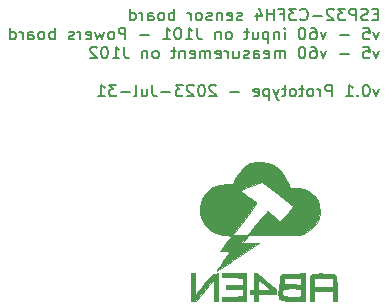
<source format=gbr>
%TF.GenerationSoftware,KiCad,Pcbnew,7.0.6-7.0.6~ubuntu22.04.1*%
%TF.CreationDate,2023-07-31T15:47:24-04:00*%
%TF.ProjectId,esp32_sensor_board,65737033-325f-4736-956e-736f725f626f,rev?*%
%TF.SameCoordinates,Original*%
%TF.FileFunction,Legend,Bot*%
%TF.FilePolarity,Positive*%
%FSLAX46Y46*%
G04 Gerber Fmt 4.6, Leading zero omitted, Abs format (unit mm)*
G04 Created by KiCad (PCBNEW 7.0.6-7.0.6~ubuntu22.04.1) date 2023-07-31 15:47:24*
%MOMM*%
%LPD*%
G01*
G04 APERTURE LIST*
%ADD10C,0.150000*%
%ADD11C,0.010000*%
G04 APERTURE END LIST*
D10*
X119163220Y-103906009D02*
X118829887Y-103906009D01*
X118687030Y-104429819D02*
X119163220Y-104429819D01*
X119163220Y-104429819D02*
X119163220Y-103429819D01*
X119163220Y-103429819D02*
X118687030Y-103429819D01*
X118306077Y-104382200D02*
X118163220Y-104429819D01*
X118163220Y-104429819D02*
X117925125Y-104429819D01*
X117925125Y-104429819D02*
X117829887Y-104382200D01*
X117829887Y-104382200D02*
X117782268Y-104334580D01*
X117782268Y-104334580D02*
X117734649Y-104239342D01*
X117734649Y-104239342D02*
X117734649Y-104144104D01*
X117734649Y-104144104D02*
X117782268Y-104048866D01*
X117782268Y-104048866D02*
X117829887Y-104001247D01*
X117829887Y-104001247D02*
X117925125Y-103953628D01*
X117925125Y-103953628D02*
X118115601Y-103906009D01*
X118115601Y-103906009D02*
X118210839Y-103858390D01*
X118210839Y-103858390D02*
X118258458Y-103810771D01*
X118258458Y-103810771D02*
X118306077Y-103715533D01*
X118306077Y-103715533D02*
X118306077Y-103620295D01*
X118306077Y-103620295D02*
X118258458Y-103525057D01*
X118258458Y-103525057D02*
X118210839Y-103477438D01*
X118210839Y-103477438D02*
X118115601Y-103429819D01*
X118115601Y-103429819D02*
X117877506Y-103429819D01*
X117877506Y-103429819D02*
X117734649Y-103477438D01*
X117306077Y-104429819D02*
X117306077Y-103429819D01*
X117306077Y-103429819D02*
X116925125Y-103429819D01*
X116925125Y-103429819D02*
X116829887Y-103477438D01*
X116829887Y-103477438D02*
X116782268Y-103525057D01*
X116782268Y-103525057D02*
X116734649Y-103620295D01*
X116734649Y-103620295D02*
X116734649Y-103763152D01*
X116734649Y-103763152D02*
X116782268Y-103858390D01*
X116782268Y-103858390D02*
X116829887Y-103906009D01*
X116829887Y-103906009D02*
X116925125Y-103953628D01*
X116925125Y-103953628D02*
X117306077Y-103953628D01*
X116401315Y-103429819D02*
X115782268Y-103429819D01*
X115782268Y-103429819D02*
X116115601Y-103810771D01*
X116115601Y-103810771D02*
X115972744Y-103810771D01*
X115972744Y-103810771D02*
X115877506Y-103858390D01*
X115877506Y-103858390D02*
X115829887Y-103906009D01*
X115829887Y-103906009D02*
X115782268Y-104001247D01*
X115782268Y-104001247D02*
X115782268Y-104239342D01*
X115782268Y-104239342D02*
X115829887Y-104334580D01*
X115829887Y-104334580D02*
X115877506Y-104382200D01*
X115877506Y-104382200D02*
X115972744Y-104429819D01*
X115972744Y-104429819D02*
X116258458Y-104429819D01*
X116258458Y-104429819D02*
X116353696Y-104382200D01*
X116353696Y-104382200D02*
X116401315Y-104334580D01*
X115401315Y-103525057D02*
X115353696Y-103477438D01*
X115353696Y-103477438D02*
X115258458Y-103429819D01*
X115258458Y-103429819D02*
X115020363Y-103429819D01*
X115020363Y-103429819D02*
X114925125Y-103477438D01*
X114925125Y-103477438D02*
X114877506Y-103525057D01*
X114877506Y-103525057D02*
X114829887Y-103620295D01*
X114829887Y-103620295D02*
X114829887Y-103715533D01*
X114829887Y-103715533D02*
X114877506Y-103858390D01*
X114877506Y-103858390D02*
X115448934Y-104429819D01*
X115448934Y-104429819D02*
X114829887Y-104429819D01*
X114401315Y-104048866D02*
X113639411Y-104048866D01*
X112591792Y-104334580D02*
X112639411Y-104382200D01*
X112639411Y-104382200D02*
X112782268Y-104429819D01*
X112782268Y-104429819D02*
X112877506Y-104429819D01*
X112877506Y-104429819D02*
X113020363Y-104382200D01*
X113020363Y-104382200D02*
X113115601Y-104286961D01*
X113115601Y-104286961D02*
X113163220Y-104191723D01*
X113163220Y-104191723D02*
X113210839Y-104001247D01*
X113210839Y-104001247D02*
X113210839Y-103858390D01*
X113210839Y-103858390D02*
X113163220Y-103667914D01*
X113163220Y-103667914D02*
X113115601Y-103572676D01*
X113115601Y-103572676D02*
X113020363Y-103477438D01*
X113020363Y-103477438D02*
X112877506Y-103429819D01*
X112877506Y-103429819D02*
X112782268Y-103429819D01*
X112782268Y-103429819D02*
X112639411Y-103477438D01*
X112639411Y-103477438D02*
X112591792Y-103525057D01*
X112258458Y-103429819D02*
X111639411Y-103429819D01*
X111639411Y-103429819D02*
X111972744Y-103810771D01*
X111972744Y-103810771D02*
X111829887Y-103810771D01*
X111829887Y-103810771D02*
X111734649Y-103858390D01*
X111734649Y-103858390D02*
X111687030Y-103906009D01*
X111687030Y-103906009D02*
X111639411Y-104001247D01*
X111639411Y-104001247D02*
X111639411Y-104239342D01*
X111639411Y-104239342D02*
X111687030Y-104334580D01*
X111687030Y-104334580D02*
X111734649Y-104382200D01*
X111734649Y-104382200D02*
X111829887Y-104429819D01*
X111829887Y-104429819D02*
X112115601Y-104429819D01*
X112115601Y-104429819D02*
X112210839Y-104382200D01*
X112210839Y-104382200D02*
X112258458Y-104334580D01*
X110877506Y-103906009D02*
X111210839Y-103906009D01*
X111210839Y-104429819D02*
X111210839Y-103429819D01*
X111210839Y-103429819D02*
X110734649Y-103429819D01*
X110353696Y-104429819D02*
X110353696Y-103429819D01*
X110353696Y-103906009D02*
X109782268Y-103906009D01*
X109782268Y-104429819D02*
X109782268Y-103429819D01*
X108877506Y-103763152D02*
X108877506Y-104429819D01*
X109115601Y-103382200D02*
X109353696Y-104096485D01*
X109353696Y-104096485D02*
X108734649Y-104096485D01*
X107639410Y-104382200D02*
X107544172Y-104429819D01*
X107544172Y-104429819D02*
X107353696Y-104429819D01*
X107353696Y-104429819D02*
X107258458Y-104382200D01*
X107258458Y-104382200D02*
X107210839Y-104286961D01*
X107210839Y-104286961D02*
X107210839Y-104239342D01*
X107210839Y-104239342D02*
X107258458Y-104144104D01*
X107258458Y-104144104D02*
X107353696Y-104096485D01*
X107353696Y-104096485D02*
X107496553Y-104096485D01*
X107496553Y-104096485D02*
X107591791Y-104048866D01*
X107591791Y-104048866D02*
X107639410Y-103953628D01*
X107639410Y-103953628D02*
X107639410Y-103906009D01*
X107639410Y-103906009D02*
X107591791Y-103810771D01*
X107591791Y-103810771D02*
X107496553Y-103763152D01*
X107496553Y-103763152D02*
X107353696Y-103763152D01*
X107353696Y-103763152D02*
X107258458Y-103810771D01*
X106401315Y-104382200D02*
X106496553Y-104429819D01*
X106496553Y-104429819D02*
X106687029Y-104429819D01*
X106687029Y-104429819D02*
X106782267Y-104382200D01*
X106782267Y-104382200D02*
X106829886Y-104286961D01*
X106829886Y-104286961D02*
X106829886Y-103906009D01*
X106829886Y-103906009D02*
X106782267Y-103810771D01*
X106782267Y-103810771D02*
X106687029Y-103763152D01*
X106687029Y-103763152D02*
X106496553Y-103763152D01*
X106496553Y-103763152D02*
X106401315Y-103810771D01*
X106401315Y-103810771D02*
X106353696Y-103906009D01*
X106353696Y-103906009D02*
X106353696Y-104001247D01*
X106353696Y-104001247D02*
X106829886Y-104096485D01*
X105925124Y-103763152D02*
X105925124Y-104429819D01*
X105925124Y-103858390D02*
X105877505Y-103810771D01*
X105877505Y-103810771D02*
X105782267Y-103763152D01*
X105782267Y-103763152D02*
X105639410Y-103763152D01*
X105639410Y-103763152D02*
X105544172Y-103810771D01*
X105544172Y-103810771D02*
X105496553Y-103906009D01*
X105496553Y-103906009D02*
X105496553Y-104429819D01*
X105067981Y-104382200D02*
X104972743Y-104429819D01*
X104972743Y-104429819D02*
X104782267Y-104429819D01*
X104782267Y-104429819D02*
X104687029Y-104382200D01*
X104687029Y-104382200D02*
X104639410Y-104286961D01*
X104639410Y-104286961D02*
X104639410Y-104239342D01*
X104639410Y-104239342D02*
X104687029Y-104144104D01*
X104687029Y-104144104D02*
X104782267Y-104096485D01*
X104782267Y-104096485D02*
X104925124Y-104096485D01*
X104925124Y-104096485D02*
X105020362Y-104048866D01*
X105020362Y-104048866D02*
X105067981Y-103953628D01*
X105067981Y-103953628D02*
X105067981Y-103906009D01*
X105067981Y-103906009D02*
X105020362Y-103810771D01*
X105020362Y-103810771D02*
X104925124Y-103763152D01*
X104925124Y-103763152D02*
X104782267Y-103763152D01*
X104782267Y-103763152D02*
X104687029Y-103810771D01*
X104067981Y-104429819D02*
X104163219Y-104382200D01*
X104163219Y-104382200D02*
X104210838Y-104334580D01*
X104210838Y-104334580D02*
X104258457Y-104239342D01*
X104258457Y-104239342D02*
X104258457Y-103953628D01*
X104258457Y-103953628D02*
X104210838Y-103858390D01*
X104210838Y-103858390D02*
X104163219Y-103810771D01*
X104163219Y-103810771D02*
X104067981Y-103763152D01*
X104067981Y-103763152D02*
X103925124Y-103763152D01*
X103925124Y-103763152D02*
X103829886Y-103810771D01*
X103829886Y-103810771D02*
X103782267Y-103858390D01*
X103782267Y-103858390D02*
X103734648Y-103953628D01*
X103734648Y-103953628D02*
X103734648Y-104239342D01*
X103734648Y-104239342D02*
X103782267Y-104334580D01*
X103782267Y-104334580D02*
X103829886Y-104382200D01*
X103829886Y-104382200D02*
X103925124Y-104429819D01*
X103925124Y-104429819D02*
X104067981Y-104429819D01*
X103306076Y-104429819D02*
X103306076Y-103763152D01*
X103306076Y-103953628D02*
X103258457Y-103858390D01*
X103258457Y-103858390D02*
X103210838Y-103810771D01*
X103210838Y-103810771D02*
X103115600Y-103763152D01*
X103115600Y-103763152D02*
X103020362Y-103763152D01*
X101925123Y-104429819D02*
X101925123Y-103429819D01*
X101925123Y-103810771D02*
X101829885Y-103763152D01*
X101829885Y-103763152D02*
X101639409Y-103763152D01*
X101639409Y-103763152D02*
X101544171Y-103810771D01*
X101544171Y-103810771D02*
X101496552Y-103858390D01*
X101496552Y-103858390D02*
X101448933Y-103953628D01*
X101448933Y-103953628D02*
X101448933Y-104239342D01*
X101448933Y-104239342D02*
X101496552Y-104334580D01*
X101496552Y-104334580D02*
X101544171Y-104382200D01*
X101544171Y-104382200D02*
X101639409Y-104429819D01*
X101639409Y-104429819D02*
X101829885Y-104429819D01*
X101829885Y-104429819D02*
X101925123Y-104382200D01*
X100877504Y-104429819D02*
X100972742Y-104382200D01*
X100972742Y-104382200D02*
X101020361Y-104334580D01*
X101020361Y-104334580D02*
X101067980Y-104239342D01*
X101067980Y-104239342D02*
X101067980Y-103953628D01*
X101067980Y-103953628D02*
X101020361Y-103858390D01*
X101020361Y-103858390D02*
X100972742Y-103810771D01*
X100972742Y-103810771D02*
X100877504Y-103763152D01*
X100877504Y-103763152D02*
X100734647Y-103763152D01*
X100734647Y-103763152D02*
X100639409Y-103810771D01*
X100639409Y-103810771D02*
X100591790Y-103858390D01*
X100591790Y-103858390D02*
X100544171Y-103953628D01*
X100544171Y-103953628D02*
X100544171Y-104239342D01*
X100544171Y-104239342D02*
X100591790Y-104334580D01*
X100591790Y-104334580D02*
X100639409Y-104382200D01*
X100639409Y-104382200D02*
X100734647Y-104429819D01*
X100734647Y-104429819D02*
X100877504Y-104429819D01*
X99687028Y-104429819D02*
X99687028Y-103906009D01*
X99687028Y-103906009D02*
X99734647Y-103810771D01*
X99734647Y-103810771D02*
X99829885Y-103763152D01*
X99829885Y-103763152D02*
X100020361Y-103763152D01*
X100020361Y-103763152D02*
X100115599Y-103810771D01*
X99687028Y-104382200D02*
X99782266Y-104429819D01*
X99782266Y-104429819D02*
X100020361Y-104429819D01*
X100020361Y-104429819D02*
X100115599Y-104382200D01*
X100115599Y-104382200D02*
X100163218Y-104286961D01*
X100163218Y-104286961D02*
X100163218Y-104191723D01*
X100163218Y-104191723D02*
X100115599Y-104096485D01*
X100115599Y-104096485D02*
X100020361Y-104048866D01*
X100020361Y-104048866D02*
X99782266Y-104048866D01*
X99782266Y-104048866D02*
X99687028Y-104001247D01*
X99210837Y-104429819D02*
X99210837Y-103763152D01*
X99210837Y-103953628D02*
X99163218Y-103858390D01*
X99163218Y-103858390D02*
X99115599Y-103810771D01*
X99115599Y-103810771D02*
X99020361Y-103763152D01*
X99020361Y-103763152D02*
X98925123Y-103763152D01*
X98163218Y-104429819D02*
X98163218Y-103429819D01*
X98163218Y-104382200D02*
X98258456Y-104429819D01*
X98258456Y-104429819D02*
X98448932Y-104429819D01*
X98448932Y-104429819D02*
X98544170Y-104382200D01*
X98544170Y-104382200D02*
X98591789Y-104334580D01*
X98591789Y-104334580D02*
X98639408Y-104239342D01*
X98639408Y-104239342D02*
X98639408Y-103953628D01*
X98639408Y-103953628D02*
X98591789Y-103858390D01*
X98591789Y-103858390D02*
X98544170Y-103810771D01*
X98544170Y-103810771D02*
X98448932Y-103763152D01*
X98448932Y-103763152D02*
X98258456Y-103763152D01*
X98258456Y-103763152D02*
X98163218Y-103810771D01*
X119258458Y-105373152D02*
X119020363Y-106039819D01*
X119020363Y-106039819D02*
X118782268Y-105373152D01*
X117925125Y-105039819D02*
X118401315Y-105039819D01*
X118401315Y-105039819D02*
X118448934Y-105516009D01*
X118448934Y-105516009D02*
X118401315Y-105468390D01*
X118401315Y-105468390D02*
X118306077Y-105420771D01*
X118306077Y-105420771D02*
X118067982Y-105420771D01*
X118067982Y-105420771D02*
X117972744Y-105468390D01*
X117972744Y-105468390D02*
X117925125Y-105516009D01*
X117925125Y-105516009D02*
X117877506Y-105611247D01*
X117877506Y-105611247D02*
X117877506Y-105849342D01*
X117877506Y-105849342D02*
X117925125Y-105944580D01*
X117925125Y-105944580D02*
X117972744Y-105992200D01*
X117972744Y-105992200D02*
X118067982Y-106039819D01*
X118067982Y-106039819D02*
X118306077Y-106039819D01*
X118306077Y-106039819D02*
X118401315Y-105992200D01*
X118401315Y-105992200D02*
X118448934Y-105944580D01*
X116687029Y-105658866D02*
X115925125Y-105658866D01*
X114782267Y-105373152D02*
X114544172Y-106039819D01*
X114544172Y-106039819D02*
X114306077Y-105373152D01*
X113496553Y-105039819D02*
X113687029Y-105039819D01*
X113687029Y-105039819D02*
X113782267Y-105087438D01*
X113782267Y-105087438D02*
X113829886Y-105135057D01*
X113829886Y-105135057D02*
X113925124Y-105277914D01*
X113925124Y-105277914D02*
X113972743Y-105468390D01*
X113972743Y-105468390D02*
X113972743Y-105849342D01*
X113972743Y-105849342D02*
X113925124Y-105944580D01*
X113925124Y-105944580D02*
X113877505Y-105992200D01*
X113877505Y-105992200D02*
X113782267Y-106039819D01*
X113782267Y-106039819D02*
X113591791Y-106039819D01*
X113591791Y-106039819D02*
X113496553Y-105992200D01*
X113496553Y-105992200D02*
X113448934Y-105944580D01*
X113448934Y-105944580D02*
X113401315Y-105849342D01*
X113401315Y-105849342D02*
X113401315Y-105611247D01*
X113401315Y-105611247D02*
X113448934Y-105516009D01*
X113448934Y-105516009D02*
X113496553Y-105468390D01*
X113496553Y-105468390D02*
X113591791Y-105420771D01*
X113591791Y-105420771D02*
X113782267Y-105420771D01*
X113782267Y-105420771D02*
X113877505Y-105468390D01*
X113877505Y-105468390D02*
X113925124Y-105516009D01*
X113925124Y-105516009D02*
X113972743Y-105611247D01*
X112782267Y-105039819D02*
X112687029Y-105039819D01*
X112687029Y-105039819D02*
X112591791Y-105087438D01*
X112591791Y-105087438D02*
X112544172Y-105135057D01*
X112544172Y-105135057D02*
X112496553Y-105230295D01*
X112496553Y-105230295D02*
X112448934Y-105420771D01*
X112448934Y-105420771D02*
X112448934Y-105658866D01*
X112448934Y-105658866D02*
X112496553Y-105849342D01*
X112496553Y-105849342D02*
X112544172Y-105944580D01*
X112544172Y-105944580D02*
X112591791Y-105992200D01*
X112591791Y-105992200D02*
X112687029Y-106039819D01*
X112687029Y-106039819D02*
X112782267Y-106039819D01*
X112782267Y-106039819D02*
X112877505Y-105992200D01*
X112877505Y-105992200D02*
X112925124Y-105944580D01*
X112925124Y-105944580D02*
X112972743Y-105849342D01*
X112972743Y-105849342D02*
X113020362Y-105658866D01*
X113020362Y-105658866D02*
X113020362Y-105420771D01*
X113020362Y-105420771D02*
X112972743Y-105230295D01*
X112972743Y-105230295D02*
X112925124Y-105135057D01*
X112925124Y-105135057D02*
X112877505Y-105087438D01*
X112877505Y-105087438D02*
X112782267Y-105039819D01*
X111258457Y-106039819D02*
X111258457Y-105373152D01*
X111258457Y-105039819D02*
X111306076Y-105087438D01*
X111306076Y-105087438D02*
X111258457Y-105135057D01*
X111258457Y-105135057D02*
X111210838Y-105087438D01*
X111210838Y-105087438D02*
X111258457Y-105039819D01*
X111258457Y-105039819D02*
X111258457Y-105135057D01*
X110782267Y-105373152D02*
X110782267Y-106039819D01*
X110782267Y-105468390D02*
X110734648Y-105420771D01*
X110734648Y-105420771D02*
X110639410Y-105373152D01*
X110639410Y-105373152D02*
X110496553Y-105373152D01*
X110496553Y-105373152D02*
X110401315Y-105420771D01*
X110401315Y-105420771D02*
X110353696Y-105516009D01*
X110353696Y-105516009D02*
X110353696Y-106039819D01*
X109877505Y-105373152D02*
X109877505Y-106373152D01*
X109877505Y-105420771D02*
X109782267Y-105373152D01*
X109782267Y-105373152D02*
X109591791Y-105373152D01*
X109591791Y-105373152D02*
X109496553Y-105420771D01*
X109496553Y-105420771D02*
X109448934Y-105468390D01*
X109448934Y-105468390D02*
X109401315Y-105563628D01*
X109401315Y-105563628D02*
X109401315Y-105849342D01*
X109401315Y-105849342D02*
X109448934Y-105944580D01*
X109448934Y-105944580D02*
X109496553Y-105992200D01*
X109496553Y-105992200D02*
X109591791Y-106039819D01*
X109591791Y-106039819D02*
X109782267Y-106039819D01*
X109782267Y-106039819D02*
X109877505Y-105992200D01*
X108544172Y-105373152D02*
X108544172Y-106039819D01*
X108972743Y-105373152D02*
X108972743Y-105896961D01*
X108972743Y-105896961D02*
X108925124Y-105992200D01*
X108925124Y-105992200D02*
X108829886Y-106039819D01*
X108829886Y-106039819D02*
X108687029Y-106039819D01*
X108687029Y-106039819D02*
X108591791Y-105992200D01*
X108591791Y-105992200D02*
X108544172Y-105944580D01*
X108210838Y-105373152D02*
X107829886Y-105373152D01*
X108067981Y-105039819D02*
X108067981Y-105896961D01*
X108067981Y-105896961D02*
X108020362Y-105992200D01*
X108020362Y-105992200D02*
X107925124Y-106039819D01*
X107925124Y-106039819D02*
X107829886Y-106039819D01*
X106591790Y-106039819D02*
X106687028Y-105992200D01*
X106687028Y-105992200D02*
X106734647Y-105944580D01*
X106734647Y-105944580D02*
X106782266Y-105849342D01*
X106782266Y-105849342D02*
X106782266Y-105563628D01*
X106782266Y-105563628D02*
X106734647Y-105468390D01*
X106734647Y-105468390D02*
X106687028Y-105420771D01*
X106687028Y-105420771D02*
X106591790Y-105373152D01*
X106591790Y-105373152D02*
X106448933Y-105373152D01*
X106448933Y-105373152D02*
X106353695Y-105420771D01*
X106353695Y-105420771D02*
X106306076Y-105468390D01*
X106306076Y-105468390D02*
X106258457Y-105563628D01*
X106258457Y-105563628D02*
X106258457Y-105849342D01*
X106258457Y-105849342D02*
X106306076Y-105944580D01*
X106306076Y-105944580D02*
X106353695Y-105992200D01*
X106353695Y-105992200D02*
X106448933Y-106039819D01*
X106448933Y-106039819D02*
X106591790Y-106039819D01*
X105829885Y-105373152D02*
X105829885Y-106039819D01*
X105829885Y-105468390D02*
X105782266Y-105420771D01*
X105782266Y-105420771D02*
X105687028Y-105373152D01*
X105687028Y-105373152D02*
X105544171Y-105373152D01*
X105544171Y-105373152D02*
X105448933Y-105420771D01*
X105448933Y-105420771D02*
X105401314Y-105516009D01*
X105401314Y-105516009D02*
X105401314Y-106039819D01*
X103877504Y-105039819D02*
X103877504Y-105754104D01*
X103877504Y-105754104D02*
X103925123Y-105896961D01*
X103925123Y-105896961D02*
X104020361Y-105992200D01*
X104020361Y-105992200D02*
X104163218Y-106039819D01*
X104163218Y-106039819D02*
X104258456Y-106039819D01*
X102877504Y-106039819D02*
X103448932Y-106039819D01*
X103163218Y-106039819D02*
X103163218Y-105039819D01*
X103163218Y-105039819D02*
X103258456Y-105182676D01*
X103258456Y-105182676D02*
X103353694Y-105277914D01*
X103353694Y-105277914D02*
X103448932Y-105325533D01*
X102258456Y-105039819D02*
X102163218Y-105039819D01*
X102163218Y-105039819D02*
X102067980Y-105087438D01*
X102067980Y-105087438D02*
X102020361Y-105135057D01*
X102020361Y-105135057D02*
X101972742Y-105230295D01*
X101972742Y-105230295D02*
X101925123Y-105420771D01*
X101925123Y-105420771D02*
X101925123Y-105658866D01*
X101925123Y-105658866D02*
X101972742Y-105849342D01*
X101972742Y-105849342D02*
X102020361Y-105944580D01*
X102020361Y-105944580D02*
X102067980Y-105992200D01*
X102067980Y-105992200D02*
X102163218Y-106039819D01*
X102163218Y-106039819D02*
X102258456Y-106039819D01*
X102258456Y-106039819D02*
X102353694Y-105992200D01*
X102353694Y-105992200D02*
X102401313Y-105944580D01*
X102401313Y-105944580D02*
X102448932Y-105849342D01*
X102448932Y-105849342D02*
X102496551Y-105658866D01*
X102496551Y-105658866D02*
X102496551Y-105420771D01*
X102496551Y-105420771D02*
X102448932Y-105230295D01*
X102448932Y-105230295D02*
X102401313Y-105135057D01*
X102401313Y-105135057D02*
X102353694Y-105087438D01*
X102353694Y-105087438D02*
X102258456Y-105039819D01*
X100972742Y-106039819D02*
X101544170Y-106039819D01*
X101258456Y-106039819D02*
X101258456Y-105039819D01*
X101258456Y-105039819D02*
X101353694Y-105182676D01*
X101353694Y-105182676D02*
X101448932Y-105277914D01*
X101448932Y-105277914D02*
X101544170Y-105325533D01*
X99782265Y-105658866D02*
X99020361Y-105658866D01*
X97782265Y-106039819D02*
X97782265Y-105039819D01*
X97782265Y-105039819D02*
X97401313Y-105039819D01*
X97401313Y-105039819D02*
X97306075Y-105087438D01*
X97306075Y-105087438D02*
X97258456Y-105135057D01*
X97258456Y-105135057D02*
X97210837Y-105230295D01*
X97210837Y-105230295D02*
X97210837Y-105373152D01*
X97210837Y-105373152D02*
X97258456Y-105468390D01*
X97258456Y-105468390D02*
X97306075Y-105516009D01*
X97306075Y-105516009D02*
X97401313Y-105563628D01*
X97401313Y-105563628D02*
X97782265Y-105563628D01*
X96639408Y-106039819D02*
X96734646Y-105992200D01*
X96734646Y-105992200D02*
X96782265Y-105944580D01*
X96782265Y-105944580D02*
X96829884Y-105849342D01*
X96829884Y-105849342D02*
X96829884Y-105563628D01*
X96829884Y-105563628D02*
X96782265Y-105468390D01*
X96782265Y-105468390D02*
X96734646Y-105420771D01*
X96734646Y-105420771D02*
X96639408Y-105373152D01*
X96639408Y-105373152D02*
X96496551Y-105373152D01*
X96496551Y-105373152D02*
X96401313Y-105420771D01*
X96401313Y-105420771D02*
X96353694Y-105468390D01*
X96353694Y-105468390D02*
X96306075Y-105563628D01*
X96306075Y-105563628D02*
X96306075Y-105849342D01*
X96306075Y-105849342D02*
X96353694Y-105944580D01*
X96353694Y-105944580D02*
X96401313Y-105992200D01*
X96401313Y-105992200D02*
X96496551Y-106039819D01*
X96496551Y-106039819D02*
X96639408Y-106039819D01*
X95972741Y-105373152D02*
X95782265Y-106039819D01*
X95782265Y-106039819D02*
X95591789Y-105563628D01*
X95591789Y-105563628D02*
X95401313Y-106039819D01*
X95401313Y-106039819D02*
X95210837Y-105373152D01*
X94448932Y-105992200D02*
X94544170Y-106039819D01*
X94544170Y-106039819D02*
X94734646Y-106039819D01*
X94734646Y-106039819D02*
X94829884Y-105992200D01*
X94829884Y-105992200D02*
X94877503Y-105896961D01*
X94877503Y-105896961D02*
X94877503Y-105516009D01*
X94877503Y-105516009D02*
X94829884Y-105420771D01*
X94829884Y-105420771D02*
X94734646Y-105373152D01*
X94734646Y-105373152D02*
X94544170Y-105373152D01*
X94544170Y-105373152D02*
X94448932Y-105420771D01*
X94448932Y-105420771D02*
X94401313Y-105516009D01*
X94401313Y-105516009D02*
X94401313Y-105611247D01*
X94401313Y-105611247D02*
X94877503Y-105706485D01*
X93972741Y-106039819D02*
X93972741Y-105373152D01*
X93972741Y-105563628D02*
X93925122Y-105468390D01*
X93925122Y-105468390D02*
X93877503Y-105420771D01*
X93877503Y-105420771D02*
X93782265Y-105373152D01*
X93782265Y-105373152D02*
X93687027Y-105373152D01*
X93401312Y-105992200D02*
X93306074Y-106039819D01*
X93306074Y-106039819D02*
X93115598Y-106039819D01*
X93115598Y-106039819D02*
X93020360Y-105992200D01*
X93020360Y-105992200D02*
X92972741Y-105896961D01*
X92972741Y-105896961D02*
X92972741Y-105849342D01*
X92972741Y-105849342D02*
X93020360Y-105754104D01*
X93020360Y-105754104D02*
X93115598Y-105706485D01*
X93115598Y-105706485D02*
X93258455Y-105706485D01*
X93258455Y-105706485D02*
X93353693Y-105658866D01*
X93353693Y-105658866D02*
X93401312Y-105563628D01*
X93401312Y-105563628D02*
X93401312Y-105516009D01*
X93401312Y-105516009D02*
X93353693Y-105420771D01*
X93353693Y-105420771D02*
X93258455Y-105373152D01*
X93258455Y-105373152D02*
X93115598Y-105373152D01*
X93115598Y-105373152D02*
X93020360Y-105420771D01*
X91782264Y-106039819D02*
X91782264Y-105039819D01*
X91782264Y-105420771D02*
X91687026Y-105373152D01*
X91687026Y-105373152D02*
X91496550Y-105373152D01*
X91496550Y-105373152D02*
X91401312Y-105420771D01*
X91401312Y-105420771D02*
X91353693Y-105468390D01*
X91353693Y-105468390D02*
X91306074Y-105563628D01*
X91306074Y-105563628D02*
X91306074Y-105849342D01*
X91306074Y-105849342D02*
X91353693Y-105944580D01*
X91353693Y-105944580D02*
X91401312Y-105992200D01*
X91401312Y-105992200D02*
X91496550Y-106039819D01*
X91496550Y-106039819D02*
X91687026Y-106039819D01*
X91687026Y-106039819D02*
X91782264Y-105992200D01*
X90734645Y-106039819D02*
X90829883Y-105992200D01*
X90829883Y-105992200D02*
X90877502Y-105944580D01*
X90877502Y-105944580D02*
X90925121Y-105849342D01*
X90925121Y-105849342D02*
X90925121Y-105563628D01*
X90925121Y-105563628D02*
X90877502Y-105468390D01*
X90877502Y-105468390D02*
X90829883Y-105420771D01*
X90829883Y-105420771D02*
X90734645Y-105373152D01*
X90734645Y-105373152D02*
X90591788Y-105373152D01*
X90591788Y-105373152D02*
X90496550Y-105420771D01*
X90496550Y-105420771D02*
X90448931Y-105468390D01*
X90448931Y-105468390D02*
X90401312Y-105563628D01*
X90401312Y-105563628D02*
X90401312Y-105849342D01*
X90401312Y-105849342D02*
X90448931Y-105944580D01*
X90448931Y-105944580D02*
X90496550Y-105992200D01*
X90496550Y-105992200D02*
X90591788Y-106039819D01*
X90591788Y-106039819D02*
X90734645Y-106039819D01*
X89544169Y-106039819D02*
X89544169Y-105516009D01*
X89544169Y-105516009D02*
X89591788Y-105420771D01*
X89591788Y-105420771D02*
X89687026Y-105373152D01*
X89687026Y-105373152D02*
X89877502Y-105373152D01*
X89877502Y-105373152D02*
X89972740Y-105420771D01*
X89544169Y-105992200D02*
X89639407Y-106039819D01*
X89639407Y-106039819D02*
X89877502Y-106039819D01*
X89877502Y-106039819D02*
X89972740Y-105992200D01*
X89972740Y-105992200D02*
X90020359Y-105896961D01*
X90020359Y-105896961D02*
X90020359Y-105801723D01*
X90020359Y-105801723D02*
X89972740Y-105706485D01*
X89972740Y-105706485D02*
X89877502Y-105658866D01*
X89877502Y-105658866D02*
X89639407Y-105658866D01*
X89639407Y-105658866D02*
X89544169Y-105611247D01*
X89067978Y-106039819D02*
X89067978Y-105373152D01*
X89067978Y-105563628D02*
X89020359Y-105468390D01*
X89020359Y-105468390D02*
X88972740Y-105420771D01*
X88972740Y-105420771D02*
X88877502Y-105373152D01*
X88877502Y-105373152D02*
X88782264Y-105373152D01*
X88020359Y-106039819D02*
X88020359Y-105039819D01*
X88020359Y-105992200D02*
X88115597Y-106039819D01*
X88115597Y-106039819D02*
X88306073Y-106039819D01*
X88306073Y-106039819D02*
X88401311Y-105992200D01*
X88401311Y-105992200D02*
X88448930Y-105944580D01*
X88448930Y-105944580D02*
X88496549Y-105849342D01*
X88496549Y-105849342D02*
X88496549Y-105563628D01*
X88496549Y-105563628D02*
X88448930Y-105468390D01*
X88448930Y-105468390D02*
X88401311Y-105420771D01*
X88401311Y-105420771D02*
X88306073Y-105373152D01*
X88306073Y-105373152D02*
X88115597Y-105373152D01*
X88115597Y-105373152D02*
X88020359Y-105420771D01*
X119258458Y-106983152D02*
X119020363Y-107649819D01*
X119020363Y-107649819D02*
X118782268Y-106983152D01*
X117925125Y-106649819D02*
X118401315Y-106649819D01*
X118401315Y-106649819D02*
X118448934Y-107126009D01*
X118448934Y-107126009D02*
X118401315Y-107078390D01*
X118401315Y-107078390D02*
X118306077Y-107030771D01*
X118306077Y-107030771D02*
X118067982Y-107030771D01*
X118067982Y-107030771D02*
X117972744Y-107078390D01*
X117972744Y-107078390D02*
X117925125Y-107126009D01*
X117925125Y-107126009D02*
X117877506Y-107221247D01*
X117877506Y-107221247D02*
X117877506Y-107459342D01*
X117877506Y-107459342D02*
X117925125Y-107554580D01*
X117925125Y-107554580D02*
X117972744Y-107602200D01*
X117972744Y-107602200D02*
X118067982Y-107649819D01*
X118067982Y-107649819D02*
X118306077Y-107649819D01*
X118306077Y-107649819D02*
X118401315Y-107602200D01*
X118401315Y-107602200D02*
X118448934Y-107554580D01*
X116687029Y-107268866D02*
X115925125Y-107268866D01*
X114782267Y-106983152D02*
X114544172Y-107649819D01*
X114544172Y-107649819D02*
X114306077Y-106983152D01*
X113496553Y-106649819D02*
X113687029Y-106649819D01*
X113687029Y-106649819D02*
X113782267Y-106697438D01*
X113782267Y-106697438D02*
X113829886Y-106745057D01*
X113829886Y-106745057D02*
X113925124Y-106887914D01*
X113925124Y-106887914D02*
X113972743Y-107078390D01*
X113972743Y-107078390D02*
X113972743Y-107459342D01*
X113972743Y-107459342D02*
X113925124Y-107554580D01*
X113925124Y-107554580D02*
X113877505Y-107602200D01*
X113877505Y-107602200D02*
X113782267Y-107649819D01*
X113782267Y-107649819D02*
X113591791Y-107649819D01*
X113591791Y-107649819D02*
X113496553Y-107602200D01*
X113496553Y-107602200D02*
X113448934Y-107554580D01*
X113448934Y-107554580D02*
X113401315Y-107459342D01*
X113401315Y-107459342D02*
X113401315Y-107221247D01*
X113401315Y-107221247D02*
X113448934Y-107126009D01*
X113448934Y-107126009D02*
X113496553Y-107078390D01*
X113496553Y-107078390D02*
X113591791Y-107030771D01*
X113591791Y-107030771D02*
X113782267Y-107030771D01*
X113782267Y-107030771D02*
X113877505Y-107078390D01*
X113877505Y-107078390D02*
X113925124Y-107126009D01*
X113925124Y-107126009D02*
X113972743Y-107221247D01*
X112782267Y-106649819D02*
X112687029Y-106649819D01*
X112687029Y-106649819D02*
X112591791Y-106697438D01*
X112591791Y-106697438D02*
X112544172Y-106745057D01*
X112544172Y-106745057D02*
X112496553Y-106840295D01*
X112496553Y-106840295D02*
X112448934Y-107030771D01*
X112448934Y-107030771D02*
X112448934Y-107268866D01*
X112448934Y-107268866D02*
X112496553Y-107459342D01*
X112496553Y-107459342D02*
X112544172Y-107554580D01*
X112544172Y-107554580D02*
X112591791Y-107602200D01*
X112591791Y-107602200D02*
X112687029Y-107649819D01*
X112687029Y-107649819D02*
X112782267Y-107649819D01*
X112782267Y-107649819D02*
X112877505Y-107602200D01*
X112877505Y-107602200D02*
X112925124Y-107554580D01*
X112925124Y-107554580D02*
X112972743Y-107459342D01*
X112972743Y-107459342D02*
X113020362Y-107268866D01*
X113020362Y-107268866D02*
X113020362Y-107030771D01*
X113020362Y-107030771D02*
X112972743Y-106840295D01*
X112972743Y-106840295D02*
X112925124Y-106745057D01*
X112925124Y-106745057D02*
X112877505Y-106697438D01*
X112877505Y-106697438D02*
X112782267Y-106649819D01*
X111258457Y-107649819D02*
X111258457Y-106983152D01*
X111258457Y-107078390D02*
X111210838Y-107030771D01*
X111210838Y-107030771D02*
X111115600Y-106983152D01*
X111115600Y-106983152D02*
X110972743Y-106983152D01*
X110972743Y-106983152D02*
X110877505Y-107030771D01*
X110877505Y-107030771D02*
X110829886Y-107126009D01*
X110829886Y-107126009D02*
X110829886Y-107649819D01*
X110829886Y-107126009D02*
X110782267Y-107030771D01*
X110782267Y-107030771D02*
X110687029Y-106983152D01*
X110687029Y-106983152D02*
X110544172Y-106983152D01*
X110544172Y-106983152D02*
X110448933Y-107030771D01*
X110448933Y-107030771D02*
X110401314Y-107126009D01*
X110401314Y-107126009D02*
X110401314Y-107649819D01*
X109544172Y-107602200D02*
X109639410Y-107649819D01*
X109639410Y-107649819D02*
X109829886Y-107649819D01*
X109829886Y-107649819D02*
X109925124Y-107602200D01*
X109925124Y-107602200D02*
X109972743Y-107506961D01*
X109972743Y-107506961D02*
X109972743Y-107126009D01*
X109972743Y-107126009D02*
X109925124Y-107030771D01*
X109925124Y-107030771D02*
X109829886Y-106983152D01*
X109829886Y-106983152D02*
X109639410Y-106983152D01*
X109639410Y-106983152D02*
X109544172Y-107030771D01*
X109544172Y-107030771D02*
X109496553Y-107126009D01*
X109496553Y-107126009D02*
X109496553Y-107221247D01*
X109496553Y-107221247D02*
X109972743Y-107316485D01*
X108639410Y-107649819D02*
X108639410Y-107126009D01*
X108639410Y-107126009D02*
X108687029Y-107030771D01*
X108687029Y-107030771D02*
X108782267Y-106983152D01*
X108782267Y-106983152D02*
X108972743Y-106983152D01*
X108972743Y-106983152D02*
X109067981Y-107030771D01*
X108639410Y-107602200D02*
X108734648Y-107649819D01*
X108734648Y-107649819D02*
X108972743Y-107649819D01*
X108972743Y-107649819D02*
X109067981Y-107602200D01*
X109067981Y-107602200D02*
X109115600Y-107506961D01*
X109115600Y-107506961D02*
X109115600Y-107411723D01*
X109115600Y-107411723D02*
X109067981Y-107316485D01*
X109067981Y-107316485D02*
X108972743Y-107268866D01*
X108972743Y-107268866D02*
X108734648Y-107268866D01*
X108734648Y-107268866D02*
X108639410Y-107221247D01*
X108210838Y-107602200D02*
X108115600Y-107649819D01*
X108115600Y-107649819D02*
X107925124Y-107649819D01*
X107925124Y-107649819D02*
X107829886Y-107602200D01*
X107829886Y-107602200D02*
X107782267Y-107506961D01*
X107782267Y-107506961D02*
X107782267Y-107459342D01*
X107782267Y-107459342D02*
X107829886Y-107364104D01*
X107829886Y-107364104D02*
X107925124Y-107316485D01*
X107925124Y-107316485D02*
X108067981Y-107316485D01*
X108067981Y-107316485D02*
X108163219Y-107268866D01*
X108163219Y-107268866D02*
X108210838Y-107173628D01*
X108210838Y-107173628D02*
X108210838Y-107126009D01*
X108210838Y-107126009D02*
X108163219Y-107030771D01*
X108163219Y-107030771D02*
X108067981Y-106983152D01*
X108067981Y-106983152D02*
X107925124Y-106983152D01*
X107925124Y-106983152D02*
X107829886Y-107030771D01*
X106925124Y-106983152D02*
X106925124Y-107649819D01*
X107353695Y-106983152D02*
X107353695Y-107506961D01*
X107353695Y-107506961D02*
X107306076Y-107602200D01*
X107306076Y-107602200D02*
X107210838Y-107649819D01*
X107210838Y-107649819D02*
X107067981Y-107649819D01*
X107067981Y-107649819D02*
X106972743Y-107602200D01*
X106972743Y-107602200D02*
X106925124Y-107554580D01*
X106448933Y-107649819D02*
X106448933Y-106983152D01*
X106448933Y-107173628D02*
X106401314Y-107078390D01*
X106401314Y-107078390D02*
X106353695Y-107030771D01*
X106353695Y-107030771D02*
X106258457Y-106983152D01*
X106258457Y-106983152D02*
X106163219Y-106983152D01*
X105448933Y-107602200D02*
X105544171Y-107649819D01*
X105544171Y-107649819D02*
X105734647Y-107649819D01*
X105734647Y-107649819D02*
X105829885Y-107602200D01*
X105829885Y-107602200D02*
X105877504Y-107506961D01*
X105877504Y-107506961D02*
X105877504Y-107126009D01*
X105877504Y-107126009D02*
X105829885Y-107030771D01*
X105829885Y-107030771D02*
X105734647Y-106983152D01*
X105734647Y-106983152D02*
X105544171Y-106983152D01*
X105544171Y-106983152D02*
X105448933Y-107030771D01*
X105448933Y-107030771D02*
X105401314Y-107126009D01*
X105401314Y-107126009D02*
X105401314Y-107221247D01*
X105401314Y-107221247D02*
X105877504Y-107316485D01*
X104972742Y-107649819D02*
X104972742Y-106983152D01*
X104972742Y-107078390D02*
X104925123Y-107030771D01*
X104925123Y-107030771D02*
X104829885Y-106983152D01*
X104829885Y-106983152D02*
X104687028Y-106983152D01*
X104687028Y-106983152D02*
X104591790Y-107030771D01*
X104591790Y-107030771D02*
X104544171Y-107126009D01*
X104544171Y-107126009D02*
X104544171Y-107649819D01*
X104544171Y-107126009D02*
X104496552Y-107030771D01*
X104496552Y-107030771D02*
X104401314Y-106983152D01*
X104401314Y-106983152D02*
X104258457Y-106983152D01*
X104258457Y-106983152D02*
X104163218Y-107030771D01*
X104163218Y-107030771D02*
X104115599Y-107126009D01*
X104115599Y-107126009D02*
X104115599Y-107649819D01*
X103258457Y-107602200D02*
X103353695Y-107649819D01*
X103353695Y-107649819D02*
X103544171Y-107649819D01*
X103544171Y-107649819D02*
X103639409Y-107602200D01*
X103639409Y-107602200D02*
X103687028Y-107506961D01*
X103687028Y-107506961D02*
X103687028Y-107126009D01*
X103687028Y-107126009D02*
X103639409Y-107030771D01*
X103639409Y-107030771D02*
X103544171Y-106983152D01*
X103544171Y-106983152D02*
X103353695Y-106983152D01*
X103353695Y-106983152D02*
X103258457Y-107030771D01*
X103258457Y-107030771D02*
X103210838Y-107126009D01*
X103210838Y-107126009D02*
X103210838Y-107221247D01*
X103210838Y-107221247D02*
X103687028Y-107316485D01*
X102782266Y-106983152D02*
X102782266Y-107649819D01*
X102782266Y-107078390D02*
X102734647Y-107030771D01*
X102734647Y-107030771D02*
X102639409Y-106983152D01*
X102639409Y-106983152D02*
X102496552Y-106983152D01*
X102496552Y-106983152D02*
X102401314Y-107030771D01*
X102401314Y-107030771D02*
X102353695Y-107126009D01*
X102353695Y-107126009D02*
X102353695Y-107649819D01*
X102020361Y-106983152D02*
X101639409Y-106983152D01*
X101877504Y-106649819D02*
X101877504Y-107506961D01*
X101877504Y-107506961D02*
X101829885Y-107602200D01*
X101829885Y-107602200D02*
X101734647Y-107649819D01*
X101734647Y-107649819D02*
X101639409Y-107649819D01*
X100401313Y-107649819D02*
X100496551Y-107602200D01*
X100496551Y-107602200D02*
X100544170Y-107554580D01*
X100544170Y-107554580D02*
X100591789Y-107459342D01*
X100591789Y-107459342D02*
X100591789Y-107173628D01*
X100591789Y-107173628D02*
X100544170Y-107078390D01*
X100544170Y-107078390D02*
X100496551Y-107030771D01*
X100496551Y-107030771D02*
X100401313Y-106983152D01*
X100401313Y-106983152D02*
X100258456Y-106983152D01*
X100258456Y-106983152D02*
X100163218Y-107030771D01*
X100163218Y-107030771D02*
X100115599Y-107078390D01*
X100115599Y-107078390D02*
X100067980Y-107173628D01*
X100067980Y-107173628D02*
X100067980Y-107459342D01*
X100067980Y-107459342D02*
X100115599Y-107554580D01*
X100115599Y-107554580D02*
X100163218Y-107602200D01*
X100163218Y-107602200D02*
X100258456Y-107649819D01*
X100258456Y-107649819D02*
X100401313Y-107649819D01*
X99639408Y-106983152D02*
X99639408Y-107649819D01*
X99639408Y-107078390D02*
X99591789Y-107030771D01*
X99591789Y-107030771D02*
X99496551Y-106983152D01*
X99496551Y-106983152D02*
X99353694Y-106983152D01*
X99353694Y-106983152D02*
X99258456Y-107030771D01*
X99258456Y-107030771D02*
X99210837Y-107126009D01*
X99210837Y-107126009D02*
X99210837Y-107649819D01*
X97687027Y-106649819D02*
X97687027Y-107364104D01*
X97687027Y-107364104D02*
X97734646Y-107506961D01*
X97734646Y-107506961D02*
X97829884Y-107602200D01*
X97829884Y-107602200D02*
X97972741Y-107649819D01*
X97972741Y-107649819D02*
X98067979Y-107649819D01*
X96687027Y-107649819D02*
X97258455Y-107649819D01*
X96972741Y-107649819D02*
X96972741Y-106649819D01*
X96972741Y-106649819D02*
X97067979Y-106792676D01*
X97067979Y-106792676D02*
X97163217Y-106887914D01*
X97163217Y-106887914D02*
X97258455Y-106935533D01*
X96067979Y-106649819D02*
X95972741Y-106649819D01*
X95972741Y-106649819D02*
X95877503Y-106697438D01*
X95877503Y-106697438D02*
X95829884Y-106745057D01*
X95829884Y-106745057D02*
X95782265Y-106840295D01*
X95782265Y-106840295D02*
X95734646Y-107030771D01*
X95734646Y-107030771D02*
X95734646Y-107268866D01*
X95734646Y-107268866D02*
X95782265Y-107459342D01*
X95782265Y-107459342D02*
X95829884Y-107554580D01*
X95829884Y-107554580D02*
X95877503Y-107602200D01*
X95877503Y-107602200D02*
X95972741Y-107649819D01*
X95972741Y-107649819D02*
X96067979Y-107649819D01*
X96067979Y-107649819D02*
X96163217Y-107602200D01*
X96163217Y-107602200D02*
X96210836Y-107554580D01*
X96210836Y-107554580D02*
X96258455Y-107459342D01*
X96258455Y-107459342D02*
X96306074Y-107268866D01*
X96306074Y-107268866D02*
X96306074Y-107030771D01*
X96306074Y-107030771D02*
X96258455Y-106840295D01*
X96258455Y-106840295D02*
X96210836Y-106745057D01*
X96210836Y-106745057D02*
X96163217Y-106697438D01*
X96163217Y-106697438D02*
X96067979Y-106649819D01*
X95353693Y-106745057D02*
X95306074Y-106697438D01*
X95306074Y-106697438D02*
X95210836Y-106649819D01*
X95210836Y-106649819D02*
X94972741Y-106649819D01*
X94972741Y-106649819D02*
X94877503Y-106697438D01*
X94877503Y-106697438D02*
X94829884Y-106745057D01*
X94829884Y-106745057D02*
X94782265Y-106840295D01*
X94782265Y-106840295D02*
X94782265Y-106935533D01*
X94782265Y-106935533D02*
X94829884Y-107078390D01*
X94829884Y-107078390D02*
X95401312Y-107649819D01*
X95401312Y-107649819D02*
X94782265Y-107649819D01*
X119258458Y-110203152D02*
X119020363Y-110869819D01*
X119020363Y-110869819D02*
X118782268Y-110203152D01*
X118210839Y-109869819D02*
X118115601Y-109869819D01*
X118115601Y-109869819D02*
X118020363Y-109917438D01*
X118020363Y-109917438D02*
X117972744Y-109965057D01*
X117972744Y-109965057D02*
X117925125Y-110060295D01*
X117925125Y-110060295D02*
X117877506Y-110250771D01*
X117877506Y-110250771D02*
X117877506Y-110488866D01*
X117877506Y-110488866D02*
X117925125Y-110679342D01*
X117925125Y-110679342D02*
X117972744Y-110774580D01*
X117972744Y-110774580D02*
X118020363Y-110822200D01*
X118020363Y-110822200D02*
X118115601Y-110869819D01*
X118115601Y-110869819D02*
X118210839Y-110869819D01*
X118210839Y-110869819D02*
X118306077Y-110822200D01*
X118306077Y-110822200D02*
X118353696Y-110774580D01*
X118353696Y-110774580D02*
X118401315Y-110679342D01*
X118401315Y-110679342D02*
X118448934Y-110488866D01*
X118448934Y-110488866D02*
X118448934Y-110250771D01*
X118448934Y-110250771D02*
X118401315Y-110060295D01*
X118401315Y-110060295D02*
X118353696Y-109965057D01*
X118353696Y-109965057D02*
X118306077Y-109917438D01*
X118306077Y-109917438D02*
X118210839Y-109869819D01*
X117448934Y-110774580D02*
X117401315Y-110822200D01*
X117401315Y-110822200D02*
X117448934Y-110869819D01*
X117448934Y-110869819D02*
X117496553Y-110822200D01*
X117496553Y-110822200D02*
X117448934Y-110774580D01*
X117448934Y-110774580D02*
X117448934Y-110869819D01*
X116448935Y-110869819D02*
X117020363Y-110869819D01*
X116734649Y-110869819D02*
X116734649Y-109869819D01*
X116734649Y-109869819D02*
X116829887Y-110012676D01*
X116829887Y-110012676D02*
X116925125Y-110107914D01*
X116925125Y-110107914D02*
X117020363Y-110155533D01*
X115258458Y-110869819D02*
X115258458Y-109869819D01*
X115258458Y-109869819D02*
X114877506Y-109869819D01*
X114877506Y-109869819D02*
X114782268Y-109917438D01*
X114782268Y-109917438D02*
X114734649Y-109965057D01*
X114734649Y-109965057D02*
X114687030Y-110060295D01*
X114687030Y-110060295D02*
X114687030Y-110203152D01*
X114687030Y-110203152D02*
X114734649Y-110298390D01*
X114734649Y-110298390D02*
X114782268Y-110346009D01*
X114782268Y-110346009D02*
X114877506Y-110393628D01*
X114877506Y-110393628D02*
X115258458Y-110393628D01*
X114258458Y-110869819D02*
X114258458Y-110203152D01*
X114258458Y-110393628D02*
X114210839Y-110298390D01*
X114210839Y-110298390D02*
X114163220Y-110250771D01*
X114163220Y-110250771D02*
X114067982Y-110203152D01*
X114067982Y-110203152D02*
X113972744Y-110203152D01*
X113496553Y-110869819D02*
X113591791Y-110822200D01*
X113591791Y-110822200D02*
X113639410Y-110774580D01*
X113639410Y-110774580D02*
X113687029Y-110679342D01*
X113687029Y-110679342D02*
X113687029Y-110393628D01*
X113687029Y-110393628D02*
X113639410Y-110298390D01*
X113639410Y-110298390D02*
X113591791Y-110250771D01*
X113591791Y-110250771D02*
X113496553Y-110203152D01*
X113496553Y-110203152D02*
X113353696Y-110203152D01*
X113353696Y-110203152D02*
X113258458Y-110250771D01*
X113258458Y-110250771D02*
X113210839Y-110298390D01*
X113210839Y-110298390D02*
X113163220Y-110393628D01*
X113163220Y-110393628D02*
X113163220Y-110679342D01*
X113163220Y-110679342D02*
X113210839Y-110774580D01*
X113210839Y-110774580D02*
X113258458Y-110822200D01*
X113258458Y-110822200D02*
X113353696Y-110869819D01*
X113353696Y-110869819D02*
X113496553Y-110869819D01*
X112877505Y-110203152D02*
X112496553Y-110203152D01*
X112734648Y-109869819D02*
X112734648Y-110726961D01*
X112734648Y-110726961D02*
X112687029Y-110822200D01*
X112687029Y-110822200D02*
X112591791Y-110869819D01*
X112591791Y-110869819D02*
X112496553Y-110869819D01*
X112020362Y-110869819D02*
X112115600Y-110822200D01*
X112115600Y-110822200D02*
X112163219Y-110774580D01*
X112163219Y-110774580D02*
X112210838Y-110679342D01*
X112210838Y-110679342D02*
X112210838Y-110393628D01*
X112210838Y-110393628D02*
X112163219Y-110298390D01*
X112163219Y-110298390D02*
X112115600Y-110250771D01*
X112115600Y-110250771D02*
X112020362Y-110203152D01*
X112020362Y-110203152D02*
X111877505Y-110203152D01*
X111877505Y-110203152D02*
X111782267Y-110250771D01*
X111782267Y-110250771D02*
X111734648Y-110298390D01*
X111734648Y-110298390D02*
X111687029Y-110393628D01*
X111687029Y-110393628D02*
X111687029Y-110679342D01*
X111687029Y-110679342D02*
X111734648Y-110774580D01*
X111734648Y-110774580D02*
X111782267Y-110822200D01*
X111782267Y-110822200D02*
X111877505Y-110869819D01*
X111877505Y-110869819D02*
X112020362Y-110869819D01*
X111401314Y-110203152D02*
X111020362Y-110203152D01*
X111258457Y-109869819D02*
X111258457Y-110726961D01*
X111258457Y-110726961D02*
X111210838Y-110822200D01*
X111210838Y-110822200D02*
X111115600Y-110869819D01*
X111115600Y-110869819D02*
X111020362Y-110869819D01*
X110782266Y-110203152D02*
X110544171Y-110869819D01*
X110306076Y-110203152D02*
X110544171Y-110869819D01*
X110544171Y-110869819D02*
X110639409Y-111107914D01*
X110639409Y-111107914D02*
X110687028Y-111155533D01*
X110687028Y-111155533D02*
X110782266Y-111203152D01*
X109925123Y-110203152D02*
X109925123Y-111203152D01*
X109925123Y-110250771D02*
X109829885Y-110203152D01*
X109829885Y-110203152D02*
X109639409Y-110203152D01*
X109639409Y-110203152D02*
X109544171Y-110250771D01*
X109544171Y-110250771D02*
X109496552Y-110298390D01*
X109496552Y-110298390D02*
X109448933Y-110393628D01*
X109448933Y-110393628D02*
X109448933Y-110679342D01*
X109448933Y-110679342D02*
X109496552Y-110774580D01*
X109496552Y-110774580D02*
X109544171Y-110822200D01*
X109544171Y-110822200D02*
X109639409Y-110869819D01*
X109639409Y-110869819D02*
X109829885Y-110869819D01*
X109829885Y-110869819D02*
X109925123Y-110822200D01*
X108639409Y-110822200D02*
X108734647Y-110869819D01*
X108734647Y-110869819D02*
X108925123Y-110869819D01*
X108925123Y-110869819D02*
X109020361Y-110822200D01*
X109020361Y-110822200D02*
X109067980Y-110726961D01*
X109067980Y-110726961D02*
X109067980Y-110346009D01*
X109067980Y-110346009D02*
X109020361Y-110250771D01*
X109020361Y-110250771D02*
X108925123Y-110203152D01*
X108925123Y-110203152D02*
X108734647Y-110203152D01*
X108734647Y-110203152D02*
X108639409Y-110250771D01*
X108639409Y-110250771D02*
X108591790Y-110346009D01*
X108591790Y-110346009D02*
X108591790Y-110441247D01*
X108591790Y-110441247D02*
X109067980Y-110536485D01*
X107401313Y-110488866D02*
X106639409Y-110488866D01*
X105448932Y-109965057D02*
X105401313Y-109917438D01*
X105401313Y-109917438D02*
X105306075Y-109869819D01*
X105306075Y-109869819D02*
X105067980Y-109869819D01*
X105067980Y-109869819D02*
X104972742Y-109917438D01*
X104972742Y-109917438D02*
X104925123Y-109965057D01*
X104925123Y-109965057D02*
X104877504Y-110060295D01*
X104877504Y-110060295D02*
X104877504Y-110155533D01*
X104877504Y-110155533D02*
X104925123Y-110298390D01*
X104925123Y-110298390D02*
X105496551Y-110869819D01*
X105496551Y-110869819D02*
X104877504Y-110869819D01*
X104258456Y-109869819D02*
X104163218Y-109869819D01*
X104163218Y-109869819D02*
X104067980Y-109917438D01*
X104067980Y-109917438D02*
X104020361Y-109965057D01*
X104020361Y-109965057D02*
X103972742Y-110060295D01*
X103972742Y-110060295D02*
X103925123Y-110250771D01*
X103925123Y-110250771D02*
X103925123Y-110488866D01*
X103925123Y-110488866D02*
X103972742Y-110679342D01*
X103972742Y-110679342D02*
X104020361Y-110774580D01*
X104020361Y-110774580D02*
X104067980Y-110822200D01*
X104067980Y-110822200D02*
X104163218Y-110869819D01*
X104163218Y-110869819D02*
X104258456Y-110869819D01*
X104258456Y-110869819D02*
X104353694Y-110822200D01*
X104353694Y-110822200D02*
X104401313Y-110774580D01*
X104401313Y-110774580D02*
X104448932Y-110679342D01*
X104448932Y-110679342D02*
X104496551Y-110488866D01*
X104496551Y-110488866D02*
X104496551Y-110250771D01*
X104496551Y-110250771D02*
X104448932Y-110060295D01*
X104448932Y-110060295D02*
X104401313Y-109965057D01*
X104401313Y-109965057D02*
X104353694Y-109917438D01*
X104353694Y-109917438D02*
X104258456Y-109869819D01*
X103544170Y-109965057D02*
X103496551Y-109917438D01*
X103496551Y-109917438D02*
X103401313Y-109869819D01*
X103401313Y-109869819D02*
X103163218Y-109869819D01*
X103163218Y-109869819D02*
X103067980Y-109917438D01*
X103067980Y-109917438D02*
X103020361Y-109965057D01*
X103020361Y-109965057D02*
X102972742Y-110060295D01*
X102972742Y-110060295D02*
X102972742Y-110155533D01*
X102972742Y-110155533D02*
X103020361Y-110298390D01*
X103020361Y-110298390D02*
X103591789Y-110869819D01*
X103591789Y-110869819D02*
X102972742Y-110869819D01*
X102639408Y-109869819D02*
X102020361Y-109869819D01*
X102020361Y-109869819D02*
X102353694Y-110250771D01*
X102353694Y-110250771D02*
X102210837Y-110250771D01*
X102210837Y-110250771D02*
X102115599Y-110298390D01*
X102115599Y-110298390D02*
X102067980Y-110346009D01*
X102067980Y-110346009D02*
X102020361Y-110441247D01*
X102020361Y-110441247D02*
X102020361Y-110679342D01*
X102020361Y-110679342D02*
X102067980Y-110774580D01*
X102067980Y-110774580D02*
X102115599Y-110822200D01*
X102115599Y-110822200D02*
X102210837Y-110869819D01*
X102210837Y-110869819D02*
X102496551Y-110869819D01*
X102496551Y-110869819D02*
X102591789Y-110822200D01*
X102591789Y-110822200D02*
X102639408Y-110774580D01*
X101591789Y-110488866D02*
X100829885Y-110488866D01*
X100067980Y-109869819D02*
X100067980Y-110584104D01*
X100067980Y-110584104D02*
X100115599Y-110726961D01*
X100115599Y-110726961D02*
X100210837Y-110822200D01*
X100210837Y-110822200D02*
X100353694Y-110869819D01*
X100353694Y-110869819D02*
X100448932Y-110869819D01*
X99163218Y-110203152D02*
X99163218Y-110869819D01*
X99591789Y-110203152D02*
X99591789Y-110726961D01*
X99591789Y-110726961D02*
X99544170Y-110822200D01*
X99544170Y-110822200D02*
X99448932Y-110869819D01*
X99448932Y-110869819D02*
X99306075Y-110869819D01*
X99306075Y-110869819D02*
X99210837Y-110822200D01*
X99210837Y-110822200D02*
X99163218Y-110774580D01*
X98544170Y-110869819D02*
X98639408Y-110822200D01*
X98639408Y-110822200D02*
X98687027Y-110726961D01*
X98687027Y-110726961D02*
X98687027Y-109869819D01*
X98163217Y-110488866D02*
X97401313Y-110488866D01*
X97020360Y-109869819D02*
X96401313Y-109869819D01*
X96401313Y-109869819D02*
X96734646Y-110250771D01*
X96734646Y-110250771D02*
X96591789Y-110250771D01*
X96591789Y-110250771D02*
X96496551Y-110298390D01*
X96496551Y-110298390D02*
X96448932Y-110346009D01*
X96448932Y-110346009D02*
X96401313Y-110441247D01*
X96401313Y-110441247D02*
X96401313Y-110679342D01*
X96401313Y-110679342D02*
X96448932Y-110774580D01*
X96448932Y-110774580D02*
X96496551Y-110822200D01*
X96496551Y-110822200D02*
X96591789Y-110869819D01*
X96591789Y-110869819D02*
X96877503Y-110869819D01*
X96877503Y-110869819D02*
X96972741Y-110822200D01*
X96972741Y-110822200D02*
X97020360Y-110774580D01*
X95448932Y-110869819D02*
X96020360Y-110869819D01*
X95734646Y-110869819D02*
X95734646Y-109869819D01*
X95734646Y-109869819D02*
X95829884Y-110012676D01*
X95829884Y-110012676D02*
X95925122Y-110107914D01*
X95925122Y-110107914D02*
X96020360Y-110155533D01*
%TO.C,G\u002A\u002A\u002A*%
D11*
X114245077Y-120636625D02*
X114151277Y-121202590D01*
X113909697Y-121701144D01*
X113528188Y-122116403D01*
X113014596Y-122432483D01*
X113002904Y-122437746D01*
X112875819Y-122489233D01*
X112738018Y-122529005D01*
X112566842Y-122558584D01*
X112339631Y-122579491D01*
X112033727Y-122593245D01*
X111626469Y-122601369D01*
X111095200Y-122605383D01*
X110417261Y-122606807D01*
X108200925Y-122608667D01*
X107676765Y-123243667D01*
X108377181Y-123268707D01*
X109077596Y-123293746D01*
X107299596Y-124466410D01*
X106895875Y-124731492D01*
X106448521Y-125022182D01*
X106065371Y-125267785D01*
X105765619Y-125456125D01*
X105568462Y-125575026D01*
X105493094Y-125612312D01*
X105527317Y-125542435D01*
X105645857Y-125364629D01*
X105830060Y-125106555D01*
X106060880Y-124795609D01*
X106657168Y-124005667D01*
X106237549Y-123980076D01*
X106088540Y-123968100D01*
X105894059Y-123940286D01*
X105817930Y-123910395D01*
X105830164Y-123884854D01*
X105922140Y-123749903D01*
X106084553Y-123530443D01*
X106293904Y-123258653D01*
X106769879Y-122651000D01*
X106181865Y-122604313D01*
X106091897Y-122595686D01*
X105960137Y-122564409D01*
X106884804Y-122564409D01*
X106961472Y-122593901D01*
X107152686Y-122606201D01*
X107485831Y-122608667D01*
X108163976Y-122608667D01*
X108957611Y-121592667D01*
X109106438Y-121403172D01*
X109367281Y-121076420D01*
X109581728Y-120814781D01*
X109730775Y-120641248D01*
X109795421Y-120578817D01*
X109803542Y-120581699D01*
X109908953Y-120653743D01*
X110101324Y-120802757D01*
X110346068Y-121002150D01*
X110402512Y-121048824D01*
X110640171Y-121239209D01*
X110819153Y-121372883D01*
X110904315Y-121423334D01*
X110906159Y-121423095D01*
X110987973Y-121354841D01*
X111148923Y-121184998D01*
X111363604Y-120942244D01*
X111606614Y-120655262D01*
X111852551Y-120352732D01*
X112002838Y-120163566D01*
X110683757Y-119151442D01*
X109364676Y-118139319D01*
X108437970Y-118445478D01*
X108093925Y-118562702D01*
X107791469Y-118673201D01*
X107586626Y-118756778D01*
X107511263Y-118801200D01*
X107538749Y-118835369D01*
X107675963Y-118954656D01*
X107902350Y-119133769D01*
X108188596Y-119349000D01*
X108377843Y-119491048D01*
X108629362Y-119690437D01*
X108801878Y-119841109D01*
X108865930Y-119918304D01*
X108859465Y-119933337D01*
X108777996Y-120056127D01*
X108618329Y-120277758D01*
X108399785Y-120572798D01*
X108141690Y-120915817D01*
X107863366Y-121281383D01*
X107584138Y-121644065D01*
X107323328Y-121978433D01*
X107100261Y-122259055D01*
X106934259Y-122460500D01*
X106895298Y-122510370D01*
X106884804Y-122564409D01*
X105960137Y-122564409D01*
X105482594Y-122451050D01*
X104956574Y-122170759D01*
X104532210Y-121767510D01*
X104227875Y-121254000D01*
X104203101Y-121189635D01*
X104115530Y-120769536D01*
X104106366Y-120285057D01*
X104172443Y-119806937D01*
X104310595Y-119405916D01*
X104392145Y-119263658D01*
X104745961Y-118858715D01*
X105216308Y-118552902D01*
X105779187Y-118358976D01*
X106410596Y-118289694D01*
X106876263Y-118287777D01*
X107076378Y-117825476D01*
X107217268Y-117559710D01*
X107539286Y-117139859D01*
X107931271Y-116781609D01*
X108341876Y-116537229D01*
X108520909Y-116482286D01*
X108852298Y-116426258D01*
X109206572Y-116404234D01*
X109251632Y-116404456D01*
X109859586Y-116481201D01*
X110386228Y-116701199D01*
X110851763Y-117072660D01*
X110931628Y-117161937D01*
X111124052Y-117423464D01*
X111319216Y-117737294D01*
X111490991Y-118056516D01*
X111613249Y-118334222D01*
X111659863Y-118523500D01*
X111666767Y-118548732D01*
X111795640Y-118609221D01*
X112088104Y-118629334D01*
X112372369Y-118638384D01*
X112884530Y-118723013D01*
X113311365Y-118909737D01*
X113696794Y-119214535D01*
X113729643Y-119246757D01*
X113964262Y-119507973D01*
X114104056Y-119753111D01*
X114190490Y-120052560D01*
X114200865Y-120163566D01*
X114245077Y-120636625D01*
G36*
X114245077Y-120636625D02*
G01*
X114151277Y-121202590D01*
X113909697Y-121701144D01*
X113528188Y-122116403D01*
X113014596Y-122432483D01*
X113002904Y-122437746D01*
X112875819Y-122489233D01*
X112738018Y-122529005D01*
X112566842Y-122558584D01*
X112339631Y-122579491D01*
X112033727Y-122593245D01*
X111626469Y-122601369D01*
X111095200Y-122605383D01*
X110417261Y-122606807D01*
X108200925Y-122608667D01*
X107676765Y-123243667D01*
X108377181Y-123268707D01*
X109077596Y-123293746D01*
X107299596Y-124466410D01*
X106895875Y-124731492D01*
X106448521Y-125022182D01*
X106065371Y-125267785D01*
X105765619Y-125456125D01*
X105568462Y-125575026D01*
X105493094Y-125612312D01*
X105527317Y-125542435D01*
X105645857Y-125364629D01*
X105830060Y-125106555D01*
X106060880Y-124795609D01*
X106657168Y-124005667D01*
X106237549Y-123980076D01*
X106088540Y-123968100D01*
X105894059Y-123940286D01*
X105817930Y-123910395D01*
X105830164Y-123884854D01*
X105922140Y-123749903D01*
X106084553Y-123530443D01*
X106293904Y-123258653D01*
X106769879Y-122651000D01*
X106181865Y-122604313D01*
X106091897Y-122595686D01*
X105960137Y-122564409D01*
X106884804Y-122564409D01*
X106961472Y-122593901D01*
X107152686Y-122606201D01*
X107485831Y-122608667D01*
X108163976Y-122608667D01*
X108957611Y-121592667D01*
X109106438Y-121403172D01*
X109367281Y-121076420D01*
X109581728Y-120814781D01*
X109730775Y-120641248D01*
X109795421Y-120578817D01*
X109803542Y-120581699D01*
X109908953Y-120653743D01*
X110101324Y-120802757D01*
X110346068Y-121002150D01*
X110402512Y-121048824D01*
X110640171Y-121239209D01*
X110819153Y-121372883D01*
X110904315Y-121423334D01*
X110906159Y-121423095D01*
X110987973Y-121354841D01*
X111148923Y-121184998D01*
X111363604Y-120942244D01*
X111606614Y-120655262D01*
X111852551Y-120352732D01*
X112002838Y-120163566D01*
X110683757Y-119151442D01*
X109364676Y-118139319D01*
X108437970Y-118445478D01*
X108093925Y-118562702D01*
X107791469Y-118673201D01*
X107586626Y-118756778D01*
X107511263Y-118801200D01*
X107538749Y-118835369D01*
X107675963Y-118954656D01*
X107902350Y-119133769D01*
X108188596Y-119349000D01*
X108377843Y-119491048D01*
X108629362Y-119690437D01*
X108801878Y-119841109D01*
X108865930Y-119918304D01*
X108859465Y-119933337D01*
X108777996Y-120056127D01*
X108618329Y-120277758D01*
X108399785Y-120572798D01*
X108141690Y-120915817D01*
X107863366Y-121281383D01*
X107584138Y-121644065D01*
X107323328Y-121978433D01*
X107100261Y-122259055D01*
X106934259Y-122460500D01*
X106895298Y-122510370D01*
X106884804Y-122564409D01*
X105960137Y-122564409D01*
X105482594Y-122451050D01*
X104956574Y-122170759D01*
X104532210Y-121767510D01*
X104227875Y-121254000D01*
X104203101Y-121189635D01*
X104115530Y-120769536D01*
X104106366Y-120285057D01*
X104172443Y-119806937D01*
X104310595Y-119405916D01*
X104392145Y-119263658D01*
X104745961Y-118858715D01*
X105216308Y-118552902D01*
X105779187Y-118358976D01*
X106410596Y-118289694D01*
X106876263Y-118287777D01*
X107076378Y-117825476D01*
X107217268Y-117559710D01*
X107539286Y-117139859D01*
X107931271Y-116781609D01*
X108341876Y-116537229D01*
X108520909Y-116482286D01*
X108852298Y-116426258D01*
X109206572Y-116404234D01*
X109251632Y-116404456D01*
X109859586Y-116481201D01*
X110386228Y-116701199D01*
X110851763Y-117072660D01*
X110931628Y-117161937D01*
X111124052Y-117423464D01*
X111319216Y-117737294D01*
X111490991Y-118056516D01*
X111613249Y-118334222D01*
X111659863Y-118523500D01*
X111666767Y-118548732D01*
X111795640Y-118609221D01*
X112088104Y-118629334D01*
X112372369Y-118638384D01*
X112884530Y-118723013D01*
X113311365Y-118909737D01*
X113696794Y-119214535D01*
X113729643Y-119246757D01*
X113964262Y-119507973D01*
X114104056Y-119753111D01*
X114190490Y-120052560D01*
X114200865Y-120163566D01*
X114245077Y-120636625D01*
G37*
X115656783Y-127124161D02*
X115669066Y-128150809D01*
X115336246Y-128150809D01*
X115336246Y-127328802D01*
X113733333Y-127328802D01*
X113733333Y-128150809D01*
X113404531Y-128150809D01*
X113404531Y-127132446D01*
X113404704Y-127000000D01*
X113730357Y-127000000D01*
X115339223Y-127000000D01*
X115327459Y-126599271D01*
X115315696Y-126198543D01*
X113753883Y-126198543D01*
X113742120Y-126599271D01*
X113730357Y-127000000D01*
X113404704Y-127000000D01*
X113404922Y-126832931D01*
X113407432Y-126561094D01*
X113413956Y-126353008D01*
X113426387Y-126198855D01*
X113446617Y-126088818D01*
X113476539Y-126013081D01*
X113518044Y-125961828D01*
X113573026Y-125925241D01*
X113643377Y-125893503D01*
X113685491Y-125881462D01*
X113806437Y-125866127D01*
X113993998Y-125857072D01*
X114253303Y-125854101D01*
X114589482Y-125857014D01*
X115416767Y-125869741D01*
X115530632Y-125983627D01*
X115644498Y-126097514D01*
X115655298Y-127000000D01*
X115656783Y-127124161D01*
G36*
X115656783Y-127124161D02*
G01*
X115669066Y-128150809D01*
X115336246Y-128150809D01*
X115336246Y-127328802D01*
X113733333Y-127328802D01*
X113733333Y-128150809D01*
X113404531Y-128150809D01*
X113404531Y-127132446D01*
X113404704Y-127000000D01*
X113730357Y-127000000D01*
X115339223Y-127000000D01*
X115327459Y-126599271D01*
X115315696Y-126198543D01*
X113753883Y-126198543D01*
X113742120Y-126599271D01*
X113730357Y-127000000D01*
X113404704Y-127000000D01*
X113404922Y-126832931D01*
X113407432Y-126561094D01*
X113413956Y-126353008D01*
X113426387Y-126198855D01*
X113446617Y-126088818D01*
X113476539Y-126013081D01*
X113518044Y-125961828D01*
X113573026Y-125925241D01*
X113643377Y-125893503D01*
X113685491Y-125881462D01*
X113806437Y-125866127D01*
X113993998Y-125857072D01*
X114253303Y-125854101D01*
X114589482Y-125857014D01*
X115416767Y-125869741D01*
X115530632Y-125983627D01*
X115644498Y-126097514D01*
X115655298Y-127000000D01*
X115656783Y-127124161D01*
G37*
X112993527Y-127470201D02*
X112993527Y-128150809D01*
X112025629Y-128150809D01*
X111899010Y-128150704D01*
X111586772Y-128148708D01*
X111343489Y-128142805D01*
X111159343Y-128131218D01*
X111024519Y-128112174D01*
X110929201Y-128083895D01*
X110863571Y-128044608D01*
X110817813Y-127992537D01*
X110782112Y-127925905D01*
X110775795Y-127909781D01*
X110752318Y-127794769D01*
X110738506Y-127632721D01*
X110734402Y-127449365D01*
X110738606Y-127316008D01*
X111068663Y-127316008D01*
X111070152Y-127496825D01*
X111082362Y-127801456D01*
X111845265Y-127812609D01*
X112084571Y-127814671D01*
X112298890Y-127813731D01*
X112471245Y-127810026D01*
X112588233Y-127803847D01*
X112636446Y-127795484D01*
X112637805Y-127793784D01*
X112651420Y-127735154D01*
X112661063Y-127619580D01*
X112664725Y-127470201D01*
X112663926Y-127385657D01*
X112655506Y-127254110D01*
X112635208Y-127180454D01*
X112599713Y-127148248D01*
X112565948Y-127141522D01*
X112457137Y-127133085D01*
X112295846Y-127127493D01*
X112098906Y-127124631D01*
X111883149Y-127124384D01*
X111665408Y-127126639D01*
X111462516Y-127131280D01*
X111291304Y-127138193D01*
X111168606Y-127147263D01*
X111111253Y-127158377D01*
X111082613Y-127206140D01*
X111068663Y-127316008D01*
X110738606Y-127316008D01*
X110740043Y-127270431D01*
X110755471Y-127121647D01*
X110780724Y-127028741D01*
X110793607Y-126989883D01*
X110812387Y-126872421D01*
X110820514Y-126773948D01*
X111164563Y-126773948D01*
X111916463Y-126785157D01*
X112668364Y-126796366D01*
X112656269Y-126497455D01*
X112644175Y-126198543D01*
X111164563Y-126198543D01*
X111164563Y-126773948D01*
X110820514Y-126773948D01*
X110825956Y-126708016D01*
X110832100Y-126518670D01*
X110832656Y-126460480D01*
X110836316Y-126287520D01*
X110845637Y-126172517D01*
X110864827Y-126096321D01*
X110898092Y-126039781D01*
X110949641Y-125983748D01*
X111063522Y-125869741D01*
X112028525Y-125857354D01*
X112993527Y-125844969D01*
X112993527Y-126796366D01*
X112993527Y-127470201D01*
G36*
X112993527Y-127470201D02*
G01*
X112993527Y-128150809D01*
X112025629Y-128150809D01*
X111899010Y-128150704D01*
X111586772Y-128148708D01*
X111343489Y-128142805D01*
X111159343Y-128131218D01*
X111024519Y-128112174D01*
X110929201Y-128083895D01*
X110863571Y-128044608D01*
X110817813Y-127992537D01*
X110782112Y-127925905D01*
X110775795Y-127909781D01*
X110752318Y-127794769D01*
X110738506Y-127632721D01*
X110734402Y-127449365D01*
X110738606Y-127316008D01*
X111068663Y-127316008D01*
X111070152Y-127496825D01*
X111082362Y-127801456D01*
X111845265Y-127812609D01*
X112084571Y-127814671D01*
X112298890Y-127813731D01*
X112471245Y-127810026D01*
X112588233Y-127803847D01*
X112636446Y-127795484D01*
X112637805Y-127793784D01*
X112651420Y-127735154D01*
X112661063Y-127619580D01*
X112664725Y-127470201D01*
X112663926Y-127385657D01*
X112655506Y-127254110D01*
X112635208Y-127180454D01*
X112599713Y-127148248D01*
X112565948Y-127141522D01*
X112457137Y-127133085D01*
X112295846Y-127127493D01*
X112098906Y-127124631D01*
X111883149Y-127124384D01*
X111665408Y-127126639D01*
X111462516Y-127131280D01*
X111291304Y-127138193D01*
X111168606Y-127147263D01*
X111111253Y-127158377D01*
X111082613Y-127206140D01*
X111068663Y-127316008D01*
X110738606Y-127316008D01*
X110740043Y-127270431D01*
X110755471Y-127121647D01*
X110780724Y-127028741D01*
X110793607Y-126989883D01*
X110812387Y-126872421D01*
X110820514Y-126773948D01*
X111164563Y-126773948D01*
X111916463Y-126785157D01*
X112668364Y-126796366D01*
X112656269Y-126497455D01*
X112644175Y-126198543D01*
X111164563Y-126198543D01*
X111164563Y-126773948D01*
X110820514Y-126773948D01*
X110825956Y-126708016D01*
X110832100Y-126518670D01*
X110832656Y-126460480D01*
X110836316Y-126287520D01*
X110845637Y-126172517D01*
X110864827Y-126096321D01*
X110898092Y-126039781D01*
X110949641Y-125983748D01*
X111063522Y-125869741D01*
X112028525Y-125857354D01*
X112993527Y-125844969D01*
X112993527Y-126796366D01*
X112993527Y-127470201D01*
G37*
X110527508Y-127222912D02*
X110527508Y-127575404D01*
X109006796Y-127575404D01*
X109006796Y-128150809D01*
X108677993Y-128150809D01*
X108677993Y-127575404D01*
X108349191Y-127575404D01*
X108349191Y-127246602D01*
X108677993Y-127246602D01*
X108677993Y-127005021D01*
X109012548Y-127005021D01*
X109016368Y-127128656D01*
X109024419Y-127192143D01*
X109029143Y-127200028D01*
X109072854Y-127222050D01*
X109166962Y-127236421D01*
X109322028Y-127244239D01*
X109548618Y-127246602D01*
X109563196Y-127246611D01*
X109750489Y-127247713D01*
X109883327Y-127245585D01*
X109960657Y-127232952D01*
X109981425Y-127202536D01*
X109944579Y-127147060D01*
X109849064Y-127059247D01*
X109693828Y-126931820D01*
X109477816Y-126757502D01*
X109027346Y-126392035D01*
X109015434Y-126764860D01*
X109013421Y-126843204D01*
X109012548Y-127005021D01*
X108677993Y-127005021D01*
X108677993Y-125849191D01*
X108844092Y-125849191D01*
X108851875Y-125849224D01*
X108905744Y-125852916D01*
X108959685Y-125867244D01*
X109022342Y-125898628D01*
X109102357Y-125953486D01*
X109208373Y-126038238D01*
X109349032Y-126159304D01*
X109532976Y-126323102D01*
X109768849Y-126536051D01*
X110505003Y-127202536D01*
X110527508Y-127222912D01*
G36*
X110527508Y-127222912D02*
G01*
X110527508Y-127575404D01*
X109006796Y-127575404D01*
X109006796Y-128150809D01*
X108677993Y-128150809D01*
X108677993Y-127575404D01*
X108349191Y-127575404D01*
X108349191Y-127246602D01*
X108677993Y-127246602D01*
X108677993Y-127005021D01*
X109012548Y-127005021D01*
X109016368Y-127128656D01*
X109024419Y-127192143D01*
X109029143Y-127200028D01*
X109072854Y-127222050D01*
X109166962Y-127236421D01*
X109322028Y-127244239D01*
X109548618Y-127246602D01*
X109563196Y-127246611D01*
X109750489Y-127247713D01*
X109883327Y-127245585D01*
X109960657Y-127232952D01*
X109981425Y-127202536D01*
X109944579Y-127147060D01*
X109849064Y-127059247D01*
X109693828Y-126931820D01*
X109477816Y-126757502D01*
X109027346Y-126392035D01*
X109015434Y-126764860D01*
X109013421Y-126843204D01*
X109012548Y-127005021D01*
X108677993Y-127005021D01*
X108677993Y-125849191D01*
X108844092Y-125849191D01*
X108851875Y-125849224D01*
X108905744Y-125852916D01*
X108959685Y-125867244D01*
X109022342Y-125898628D01*
X109102357Y-125953486D01*
X109208373Y-126038238D01*
X109349032Y-126159304D01*
X109532976Y-126323102D01*
X109768849Y-126536051D01*
X110505003Y-127202536D01*
X110527508Y-127222912D01*
G37*
X108020388Y-128150809D02*
X105965372Y-128150809D01*
X105965372Y-127823641D01*
X106838754Y-127812548D01*
X107712136Y-127801456D01*
X107712136Y-127184951D01*
X107003155Y-127173705D01*
X106294175Y-127162460D01*
X106294175Y-126837539D01*
X107003155Y-126826294D01*
X107712136Y-126815048D01*
X107712136Y-126198543D01*
X106838754Y-126187451D01*
X105965372Y-126176358D01*
X105965372Y-125849191D01*
X108020388Y-125849191D01*
X108020388Y-128150809D01*
G36*
X108020388Y-128150809D02*
G01*
X105965372Y-128150809D01*
X105965372Y-127823641D01*
X106838754Y-127812548D01*
X107712136Y-127801456D01*
X107712136Y-127184951D01*
X107003155Y-127173705D01*
X106294175Y-127162460D01*
X106294175Y-126837539D01*
X107003155Y-126826294D01*
X107712136Y-126815048D01*
X107712136Y-126198543D01*
X106838754Y-126187451D01*
X105965372Y-126176358D01*
X105965372Y-125849191D01*
X108020388Y-125849191D01*
X108020388Y-128150809D01*
G37*
X105595469Y-128150809D02*
X105268239Y-128150809D01*
X105257178Y-127241500D01*
X105246116Y-126332192D01*
X104489956Y-127241500D01*
X103733795Y-128150809D01*
X103334951Y-128150809D01*
X103334951Y-125849191D01*
X103663754Y-125849191D01*
X103663754Y-126753398D01*
X103664034Y-126874971D01*
X103666501Y-127125226D01*
X103671189Y-127340004D01*
X103677698Y-127507625D01*
X103685628Y-127616408D01*
X103694579Y-127654673D01*
X103696542Y-127653758D01*
X103737473Y-127613310D01*
X103822695Y-127518791D01*
X103945258Y-127378238D01*
X104098214Y-127199687D01*
X104274613Y-126991176D01*
X104467507Y-126760741D01*
X105209609Y-125869741D01*
X105402539Y-125857214D01*
X105595469Y-125844688D01*
X105595469Y-128150809D01*
G36*
X105595469Y-128150809D02*
G01*
X105268239Y-128150809D01*
X105257178Y-127241500D01*
X105246116Y-126332192D01*
X104489956Y-127241500D01*
X103733795Y-128150809D01*
X103334951Y-128150809D01*
X103334951Y-125849191D01*
X103663754Y-125849191D01*
X103663754Y-126753398D01*
X103664034Y-126874971D01*
X103666501Y-127125226D01*
X103671189Y-127340004D01*
X103677698Y-127507625D01*
X103685628Y-127616408D01*
X103694579Y-127654673D01*
X103696542Y-127653758D01*
X103737473Y-127613310D01*
X103822695Y-127518791D01*
X103945258Y-127378238D01*
X104098214Y-127199687D01*
X104274613Y-126991176D01*
X104467507Y-126760741D01*
X105209609Y-125869741D01*
X105402539Y-125857214D01*
X105595469Y-125844688D01*
X105595469Y-128150809D01*
G37*
%TD*%
M02*

</source>
